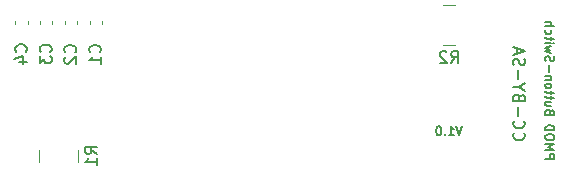
<source format=gbo>
%TF.GenerationSoftware,KiCad,Pcbnew,6.0.4-6f826c9f35~116~ubuntu20.04.1*%
%TF.CreationDate,2022-04-18T14:11:44+07:00*%
%TF.ProjectId,pmod-thin-switches,706d6f64-2d74-4686-996e-2d7377697463,1.0*%
%TF.SameCoordinates,Original*%
%TF.FileFunction,Legend,Bot*%
%TF.FilePolarity,Positive*%
%FSLAX46Y46*%
G04 Gerber Fmt 4.6, Leading zero omitted, Abs format (unit mm)*
G04 Created by KiCad (PCBNEW 6.0.4-6f826c9f35~116~ubuntu20.04.1) date 2022-04-18 14:11:44*
%MOMM*%
%LPD*%
G01*
G04 APERTURE LIST*
%ADD10C,0.187500*%
%ADD11C,0.150000*%
%ADD12C,0.120000*%
G04 APERTURE END LIST*
D10*
X157122857Y-119969285D02*
X156872857Y-120719285D01*
X156622857Y-119969285D01*
X155980000Y-120719285D02*
X156408571Y-120719285D01*
X156194285Y-120719285D02*
X156194285Y-119969285D01*
X156265714Y-120076428D01*
X156337142Y-120147857D01*
X156408571Y-120183571D01*
X155658571Y-120647857D02*
X155622857Y-120683571D01*
X155658571Y-120719285D01*
X155694285Y-120683571D01*
X155658571Y-120647857D01*
X155658571Y-120719285D01*
X155158571Y-119969285D02*
X155087142Y-119969285D01*
X155015714Y-120005000D01*
X154980000Y-120040714D01*
X154944285Y-120112142D01*
X154908571Y-120255000D01*
X154908571Y-120433571D01*
X154944285Y-120576428D01*
X154980000Y-120647857D01*
X155015714Y-120683571D01*
X155087142Y-120719285D01*
X155158571Y-120719285D01*
X155230000Y-120683571D01*
X155265714Y-120647857D01*
X155301428Y-120576428D01*
X155337142Y-120433571D01*
X155337142Y-120255000D01*
X155301428Y-120112142D01*
X155265714Y-120040714D01*
X155230000Y-120005000D01*
X155158571Y-119969285D01*
X164150714Y-122687857D02*
X164900714Y-122687857D01*
X164900714Y-122402142D01*
X164865000Y-122330714D01*
X164829285Y-122295000D01*
X164757857Y-122259285D01*
X164650714Y-122259285D01*
X164579285Y-122295000D01*
X164543571Y-122330714D01*
X164507857Y-122402142D01*
X164507857Y-122687857D01*
X164150714Y-121937857D02*
X164900714Y-121937857D01*
X164365000Y-121687857D01*
X164900714Y-121437857D01*
X164150714Y-121437857D01*
X164900714Y-120937857D02*
X164900714Y-120795000D01*
X164865000Y-120723571D01*
X164793571Y-120652142D01*
X164650714Y-120616428D01*
X164400714Y-120616428D01*
X164257857Y-120652142D01*
X164186428Y-120723571D01*
X164150714Y-120795000D01*
X164150714Y-120937857D01*
X164186428Y-121009285D01*
X164257857Y-121080714D01*
X164400714Y-121116428D01*
X164650714Y-121116428D01*
X164793571Y-121080714D01*
X164865000Y-121009285D01*
X164900714Y-120937857D01*
X164150714Y-120295000D02*
X164900714Y-120295000D01*
X164900714Y-120116428D01*
X164865000Y-120009285D01*
X164793571Y-119937857D01*
X164722142Y-119902142D01*
X164579285Y-119866428D01*
X164472142Y-119866428D01*
X164329285Y-119902142D01*
X164257857Y-119937857D01*
X164186428Y-120009285D01*
X164150714Y-120116428D01*
X164150714Y-120295000D01*
X164543571Y-118723571D02*
X164507857Y-118616428D01*
X164472142Y-118580714D01*
X164400714Y-118545000D01*
X164293571Y-118545000D01*
X164222142Y-118580714D01*
X164186428Y-118616428D01*
X164150714Y-118687857D01*
X164150714Y-118973571D01*
X164900714Y-118973571D01*
X164900714Y-118723571D01*
X164865000Y-118652142D01*
X164829285Y-118616428D01*
X164757857Y-118580714D01*
X164686428Y-118580714D01*
X164615000Y-118616428D01*
X164579285Y-118652142D01*
X164543571Y-118723571D01*
X164543571Y-118973571D01*
X164650714Y-117902142D02*
X164150714Y-117902142D01*
X164650714Y-118223571D02*
X164257857Y-118223571D01*
X164186428Y-118187857D01*
X164150714Y-118116428D01*
X164150714Y-118009285D01*
X164186428Y-117937857D01*
X164222142Y-117902142D01*
X164650714Y-117652142D02*
X164650714Y-117366428D01*
X164900714Y-117545000D02*
X164257857Y-117545000D01*
X164186428Y-117509285D01*
X164150714Y-117437857D01*
X164150714Y-117366428D01*
X164650714Y-117223571D02*
X164650714Y-116937857D01*
X164900714Y-117116428D02*
X164257857Y-117116428D01*
X164186428Y-117080714D01*
X164150714Y-117009285D01*
X164150714Y-116937857D01*
X164150714Y-116580714D02*
X164186428Y-116652142D01*
X164222142Y-116687857D01*
X164293571Y-116723571D01*
X164507857Y-116723571D01*
X164579285Y-116687857D01*
X164615000Y-116652142D01*
X164650714Y-116580714D01*
X164650714Y-116473571D01*
X164615000Y-116402142D01*
X164579285Y-116366428D01*
X164507857Y-116330714D01*
X164293571Y-116330714D01*
X164222142Y-116366428D01*
X164186428Y-116402142D01*
X164150714Y-116473571D01*
X164150714Y-116580714D01*
X164650714Y-116009285D02*
X164150714Y-116009285D01*
X164579285Y-116009285D02*
X164615000Y-115973571D01*
X164650714Y-115902142D01*
X164650714Y-115795000D01*
X164615000Y-115723571D01*
X164543571Y-115687857D01*
X164150714Y-115687857D01*
X164436428Y-115330714D02*
X164436428Y-114759285D01*
X164186428Y-114437857D02*
X164150714Y-114330714D01*
X164150714Y-114152142D01*
X164186428Y-114080714D01*
X164222142Y-114045000D01*
X164293571Y-114009285D01*
X164365000Y-114009285D01*
X164436428Y-114045000D01*
X164472142Y-114080714D01*
X164507857Y-114152142D01*
X164543571Y-114295000D01*
X164579285Y-114366428D01*
X164615000Y-114402142D01*
X164686428Y-114437857D01*
X164757857Y-114437857D01*
X164829285Y-114402142D01*
X164865000Y-114366428D01*
X164900714Y-114295000D01*
X164900714Y-114116428D01*
X164865000Y-114009285D01*
X164650714Y-113759285D02*
X164150714Y-113616428D01*
X164507857Y-113473571D01*
X164150714Y-113330714D01*
X164650714Y-113187857D01*
X164150714Y-112902142D02*
X164650714Y-112902142D01*
X164900714Y-112902142D02*
X164865000Y-112937857D01*
X164829285Y-112902142D01*
X164865000Y-112866428D01*
X164900714Y-112902142D01*
X164829285Y-112902142D01*
X164650714Y-112652142D02*
X164650714Y-112366428D01*
X164900714Y-112545000D02*
X164257857Y-112545000D01*
X164186428Y-112509285D01*
X164150714Y-112437857D01*
X164150714Y-112366428D01*
X164186428Y-111795000D02*
X164150714Y-111866428D01*
X164150714Y-112009285D01*
X164186428Y-112080714D01*
X164222142Y-112116428D01*
X164293571Y-112152142D01*
X164507857Y-112152142D01*
X164579285Y-112116428D01*
X164615000Y-112080714D01*
X164650714Y-112009285D01*
X164650714Y-111866428D01*
X164615000Y-111795000D01*
X164150714Y-111473571D02*
X164900714Y-111473571D01*
X164150714Y-111152142D02*
X164543571Y-111152142D01*
X164615000Y-111187857D01*
X164650714Y-111259285D01*
X164650714Y-111366428D01*
X164615000Y-111437857D01*
X164579285Y-111473571D01*
D11*
X161532857Y-120501904D02*
X161485238Y-120549523D01*
X161437619Y-120692380D01*
X161437619Y-120787619D01*
X161485238Y-120930476D01*
X161580476Y-121025714D01*
X161675714Y-121073333D01*
X161866190Y-121120952D01*
X162009047Y-121120952D01*
X162199523Y-121073333D01*
X162294761Y-121025714D01*
X162390000Y-120930476D01*
X162437619Y-120787619D01*
X162437619Y-120692380D01*
X162390000Y-120549523D01*
X162342380Y-120501904D01*
X161532857Y-119501904D02*
X161485238Y-119549523D01*
X161437619Y-119692380D01*
X161437619Y-119787619D01*
X161485238Y-119930476D01*
X161580476Y-120025714D01*
X161675714Y-120073333D01*
X161866190Y-120120952D01*
X162009047Y-120120952D01*
X162199523Y-120073333D01*
X162294761Y-120025714D01*
X162390000Y-119930476D01*
X162437619Y-119787619D01*
X162437619Y-119692380D01*
X162390000Y-119549523D01*
X162342380Y-119501904D01*
X161818571Y-119073333D02*
X161818571Y-118311428D01*
X161961428Y-117501904D02*
X161913809Y-117359047D01*
X161866190Y-117311428D01*
X161770952Y-117263809D01*
X161628095Y-117263809D01*
X161532857Y-117311428D01*
X161485238Y-117359047D01*
X161437619Y-117454285D01*
X161437619Y-117835238D01*
X162437619Y-117835238D01*
X162437619Y-117501904D01*
X162390000Y-117406666D01*
X162342380Y-117359047D01*
X162247142Y-117311428D01*
X162151904Y-117311428D01*
X162056666Y-117359047D01*
X162009047Y-117406666D01*
X161961428Y-117501904D01*
X161961428Y-117835238D01*
X161913809Y-116644761D02*
X161437619Y-116644761D01*
X162437619Y-116978095D02*
X161913809Y-116644761D01*
X162437619Y-116311428D01*
X161818571Y-115978095D02*
X161818571Y-115216190D01*
X161485238Y-114787619D02*
X161437619Y-114644761D01*
X161437619Y-114406666D01*
X161485238Y-114311428D01*
X161532857Y-114263809D01*
X161628095Y-114216190D01*
X161723333Y-114216190D01*
X161818571Y-114263809D01*
X161866190Y-114311428D01*
X161913809Y-114406666D01*
X161961428Y-114597142D01*
X162009047Y-114692380D01*
X162056666Y-114740000D01*
X162151904Y-114787619D01*
X162247142Y-114787619D01*
X162342380Y-114740000D01*
X162390000Y-114692380D01*
X162437619Y-114597142D01*
X162437619Y-114359047D01*
X162390000Y-114216190D01*
X161723333Y-113835238D02*
X161723333Y-113359047D01*
X161437619Y-113930476D02*
X162437619Y-113597142D01*
X161437619Y-113263809D01*
%TO.C,C4*%
X120157142Y-113643333D02*
X120204761Y-113595714D01*
X120252380Y-113452857D01*
X120252380Y-113357619D01*
X120204761Y-113214761D01*
X120109523Y-113119523D01*
X120014285Y-113071904D01*
X119823809Y-113024285D01*
X119680952Y-113024285D01*
X119490476Y-113071904D01*
X119395238Y-113119523D01*
X119300000Y-113214761D01*
X119252380Y-113357619D01*
X119252380Y-113452857D01*
X119300000Y-113595714D01*
X119347619Y-113643333D01*
X119585714Y-114500476D02*
X120252380Y-114500476D01*
X119204761Y-114262380D02*
X119919047Y-114024285D01*
X119919047Y-114643333D01*
%TO.C,R2*%
X156166666Y-114602380D02*
X156500000Y-114126190D01*
X156738095Y-114602380D02*
X156738095Y-113602380D01*
X156357142Y-113602380D01*
X156261904Y-113650000D01*
X156214285Y-113697619D01*
X156166666Y-113792857D01*
X156166666Y-113935714D01*
X156214285Y-114030952D01*
X156261904Y-114078571D01*
X156357142Y-114126190D01*
X156738095Y-114126190D01*
X155785714Y-113697619D02*
X155738095Y-113650000D01*
X155642857Y-113602380D01*
X155404761Y-113602380D01*
X155309523Y-113650000D01*
X155261904Y-113697619D01*
X155214285Y-113792857D01*
X155214285Y-113888095D01*
X155261904Y-114030952D01*
X155833333Y-114602380D01*
X155214285Y-114602380D01*
%TO.C,C1*%
X126431142Y-113693333D02*
X126478761Y-113645714D01*
X126526380Y-113502857D01*
X126526380Y-113407619D01*
X126478761Y-113264761D01*
X126383523Y-113169523D01*
X126288285Y-113121904D01*
X126097809Y-113074285D01*
X125954952Y-113074285D01*
X125764476Y-113121904D01*
X125669238Y-113169523D01*
X125574000Y-113264761D01*
X125526380Y-113407619D01*
X125526380Y-113502857D01*
X125574000Y-113645714D01*
X125621619Y-113693333D01*
X126526380Y-114645714D02*
X126526380Y-114074285D01*
X126526380Y-114360000D02*
X125526380Y-114360000D01*
X125669238Y-114264761D01*
X125764476Y-114169523D01*
X125812095Y-114074285D01*
%TO.C,C2*%
X124337142Y-113703333D02*
X124384761Y-113655714D01*
X124432380Y-113512857D01*
X124432380Y-113417619D01*
X124384761Y-113274761D01*
X124289523Y-113179523D01*
X124194285Y-113131904D01*
X124003809Y-113084285D01*
X123860952Y-113084285D01*
X123670476Y-113131904D01*
X123575238Y-113179523D01*
X123480000Y-113274761D01*
X123432380Y-113417619D01*
X123432380Y-113512857D01*
X123480000Y-113655714D01*
X123527619Y-113703333D01*
X123527619Y-114084285D02*
X123480000Y-114131904D01*
X123432380Y-114227142D01*
X123432380Y-114465238D01*
X123480000Y-114560476D01*
X123527619Y-114608095D01*
X123622857Y-114655714D01*
X123718095Y-114655714D01*
X123860952Y-114608095D01*
X124432380Y-114036666D01*
X124432380Y-114655714D01*
%TO.C,R1*%
X126192380Y-122283333D02*
X125716190Y-121950000D01*
X126192380Y-121711904D02*
X125192380Y-121711904D01*
X125192380Y-122092857D01*
X125240000Y-122188095D01*
X125287619Y-122235714D01*
X125382857Y-122283333D01*
X125525714Y-122283333D01*
X125620952Y-122235714D01*
X125668571Y-122188095D01*
X125716190Y-122092857D01*
X125716190Y-121711904D01*
X126192380Y-123235714D02*
X126192380Y-122664285D01*
X126192380Y-122950000D02*
X125192380Y-122950000D01*
X125335238Y-122854761D01*
X125430476Y-122759523D01*
X125478095Y-122664285D01*
%TO.C,C3*%
X122257142Y-113663333D02*
X122304761Y-113615714D01*
X122352380Y-113472857D01*
X122352380Y-113377619D01*
X122304761Y-113234761D01*
X122209523Y-113139523D01*
X122114285Y-113091904D01*
X121923809Y-113044285D01*
X121780952Y-113044285D01*
X121590476Y-113091904D01*
X121495238Y-113139523D01*
X121400000Y-113234761D01*
X121352380Y-113377619D01*
X121352380Y-113472857D01*
X121400000Y-113615714D01*
X121447619Y-113663333D01*
X121352380Y-113996666D02*
X121352380Y-114615714D01*
X121733333Y-114282380D01*
X121733333Y-114425238D01*
X121780952Y-114520476D01*
X121828571Y-114568095D01*
X121923809Y-114615714D01*
X122161904Y-114615714D01*
X122257142Y-114568095D01*
X122304761Y-114520476D01*
X122352380Y-114425238D01*
X122352380Y-114139523D01*
X122304761Y-114044285D01*
X122257142Y-113996666D01*
D12*
%TO.C,C4*%
X119292000Y-111003733D02*
X119292000Y-111296267D01*
X120312000Y-111003733D02*
X120312000Y-111296267D01*
%TO.C,R2*%
X155500000Y-109670000D02*
X156500000Y-109670000D01*
X155500000Y-113030000D02*
X156500000Y-113030000D01*
%TO.C,C1*%
X125562000Y-111003733D02*
X125562000Y-111296267D01*
X126582000Y-111003733D02*
X126582000Y-111296267D01*
%TO.C,C2*%
X124492000Y-111003733D02*
X124492000Y-111296267D01*
X123472000Y-111003733D02*
X123472000Y-111296267D01*
%TO.C,R1*%
X121260000Y-121950000D02*
X121260000Y-122950000D01*
X124620000Y-121950000D02*
X124620000Y-122950000D01*
%TO.C,C3*%
X121382000Y-111003733D02*
X121382000Y-111296267D01*
X122402000Y-111003733D02*
X122402000Y-111296267D01*
%TD*%
M02*

</source>
